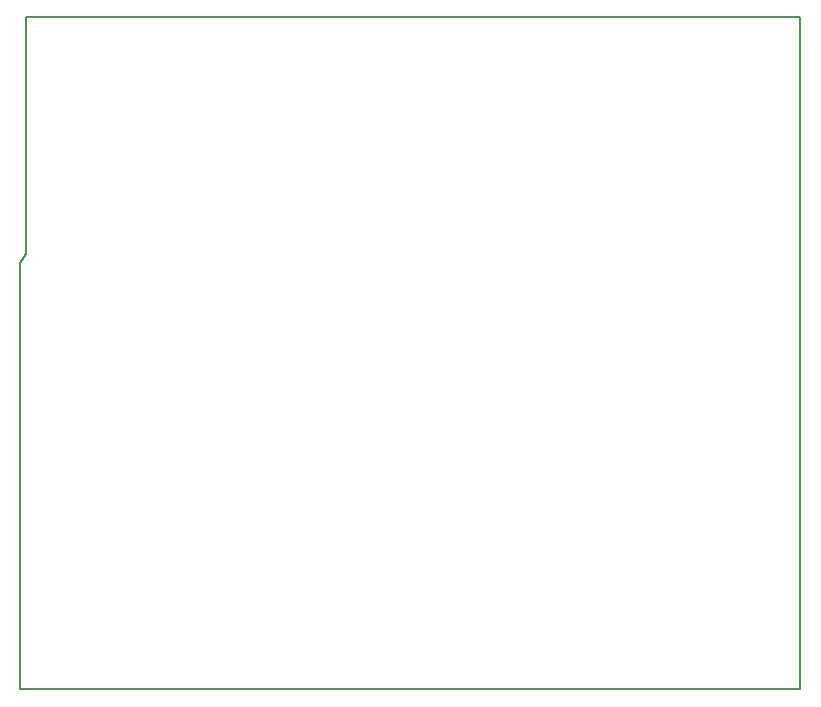
<source format=gbr>
G04 #@! TF.GenerationSoftware,KiCad,Pcbnew,(5.1.0)-1*
G04 #@! TF.CreationDate,2019-04-21T19:35:36+02:00*
G04 #@! TF.ProjectId,RM Board03,524d2042-6f61-4726-9430-332e6b696361,rev?*
G04 #@! TF.SameCoordinates,Original*
G04 #@! TF.FileFunction,Profile,NP*
%FSLAX46Y46*%
G04 Gerber Fmt 4.6, Leading zero omitted, Abs format (unit mm)*
G04 Created by KiCad (PCBNEW (5.1.0)-1) date 2019-04-21 19:35:36*
%MOMM*%
%LPD*%
G04 APERTURE LIST*
%ADD10C,0.150000*%
G04 APERTURE END LIST*
D10*
X99314000Y-118872000D02*
X99314000Y-98806000D01*
X98806000Y-119634000D02*
X99314000Y-118872000D01*
X98806000Y-155702000D02*
X98806000Y-119634000D01*
X164846000Y-155702000D02*
X98806000Y-155702000D01*
X164846000Y-98806000D02*
X164846000Y-155702000D01*
X99314000Y-98806000D02*
X164846000Y-98806000D01*
M02*

</source>
